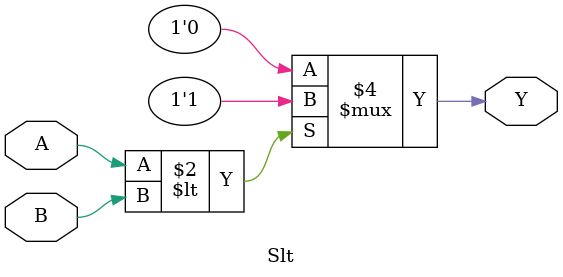
<source format=v>
module Slt (Y, A, B);
input A, B;
output reg Y;

always@(A or B) begin
	if (A < B) begin
		Y = 1'b1;
end
	else
		Y = 1'b0;
end
endmodule

</source>
